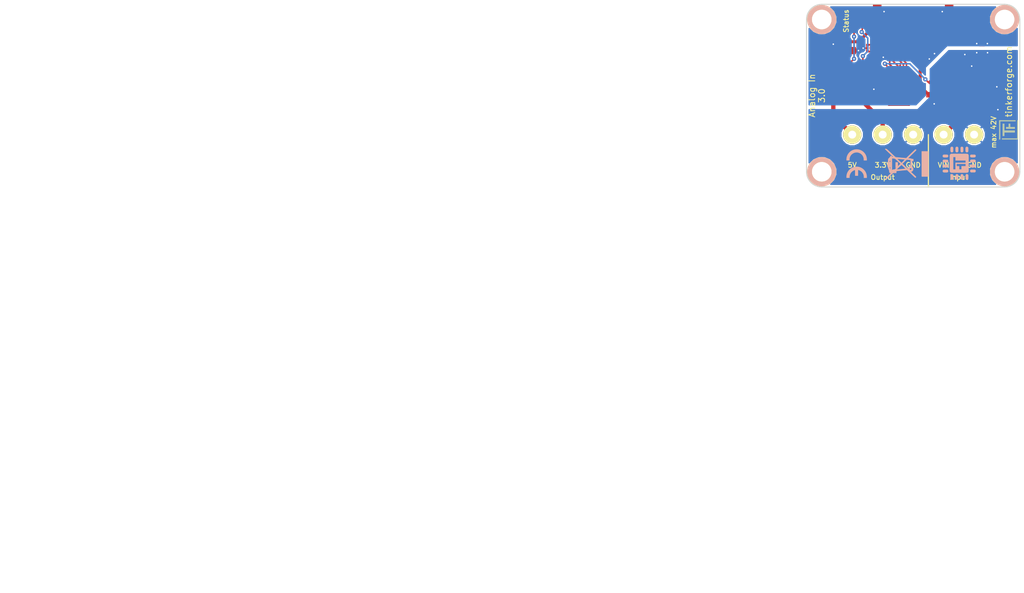
<source format=kicad_pcb>
(kicad_pcb (version 20211014) (generator pcbnew)
  (title_block (title "Analog In Bricklet") (date "2023-01-25") (rev "3.0") (company "Tinkerforge GmbH") (comment 1 "Licensed under CERN OHL v.1.1") (comment 2 "Copyright (©) 2023, T.Schneidermann <tim@tinkerforge.com>"))
  (layers (0 "F.Cu" signal) (31 "B.Cu" signal) (34 "B.Paste" user) (35 "F.Paste" user) (36 "B.SilkS" user "B.Silkscreen") (37 "F.SilkS" user "F.Silkscreen") (38 "B.Mask" user) (39 "F.Mask" user) (44 "Edge.Cuts" user))
  (net 0 "")
  (net 1 "3V3")
  (net 2 "GND")
  (net 3 "AGND")
  (net 4 "+5V")
  (net 5 "Net-(P1-Pad4)")
  (net 6 "Net-(P1-Pad5)")
  (net 7 "Net-(P1-Pad6)")
  (net 8 "Net-(C4-Pad2)")
  (net 9 "Net-(R1-Pad2)")
  (net 10 "Net-(R3-Pad2)")
  (net 11 "Net-(R4-Pad1)")
  (net 12 "Net-(F1-Pad2)")
  (net 13 "Net-(F2-Pad2)")
  (net 14 "Net-(P2-Pad2)")
  (net 15 "Net-(C3-Pad2)")
  (net 16 "Net-(C5-Pad1)")
  (net 17 "Net-(D3-Pad2)")
  (net 18 "Net-(P3-Pad2)")
  (net 19 "Net-(P4-Pad1)")
  (net 20 "Net-(R8-Pad1)")
  (net 21 "S-MISO")
  (net 22 "S-MOSI")
  (net 23 "S-CLK")
  (net 24 "S-CS")
  (net 25 "OUT")
  (net 26 "Net-(U1-Pad3)")
  (net 27 "Net-(U1-Pad5)")
  (net 28 "Net-(U1-Pad6)")
  (net 29 "Net-(U1-Pad11)")
  (net 30 "Net-(U1-Pad12)")
  (net 31 "Net-(U1-Pad13)")
  (net 32 "Net-(U1-Pad14)")
  (net 33 "Net-(U1-Pad16)")
  (net 34 "Net-(U1-Pad17)")
  (net 35 "Net-(U1-Pad18)")
  (net 36 "Net-(U1-Pad19)")
  (net 37 "Net-(U1-Pad20)")
  (net 38 "Net-(U1-Pad21)")
  (net 39 "Net-(U1-Pad8)")
  (footprint "logo:Logo_31x31" (layer "F.Cu") (at 182.6 116.2 90)
    (fp_text reference "G***" hide)
    (fp_text value "Logo_31x31" hide)
  )
  (footprint "tinkerforge:Fiducial_Mark" (layer "F.Cu") (at 178.5 97 90)
    (fp_text reference "Fiducial_Mark" hide)
    (fp_text value "VAL**" hide)
    (pad "1" smd circle locked (at 0 0 90) (size 1.00076 1.00076) (layers "F.Cu" "F.Mask") (clearance 0.65024))
  )
  (footprint "tinkerforge:Fiducial_Mark" (layer "F.Cu") (at 152.5 117 90)
    (fp_text reference "Fiducial_Mark" hide)
    (fp_text value "VAL**" hide)
    (pad "1" smd circle locked (at 0 0 90) (size 1.00076 1.00076) (layers "F.Cu" "F.Mask") (clearance 0.65024))
  )
  (footprint "kicad-libraries:MiniMelf" (layer "F.Cu") (at 158.3 103.3 90)
    (fp_text reference "D1")
    (fp_text value "3V3")
    (pad "1" smd rect locked (at 1.69926 0 90) (size 1.19888 1.6002) (layers "F.Cu" "F.Paste" "F.Mask") (net 2 "GND"))
    (pad "2" smd rect locked (at -1.69926 0 90) (size 1.19888 1.6002) (layers "F.Cu" "F.Paste" "F.Mask") (net 1 "3V3"))
  )
  (footprint "kicad-libraries:MiniMelf" (layer "F.Cu") (at 155.4 103.3 90)
    (fp_text reference "D2")
    (fp_text value "5V")
    (pad "1" smd rect locked (at 1.69926 0 90) (size 1.19888 1.6002) (layers "F.Cu" "F.Paste" "F.Mask") (net 2 "GND"))
    (pad "2" smd rect locked (at -1.69926 0 90) (size 1.19888 1.6002) (layers "F.Cu" "F.Paste" "F.Mask") (net 4 "+5V"))
  )
  (footprint "kicad-libraries:AKL_5_5" (layer "F.Cu") (at 168.5 115.4 180)
    (fp_text reference "P2")
    (fp_text value "CONN_5")
    (pad "1" thru_hole circle locked (at -10 0 180) (size 2.99974 2.99974) (drill 1.30048) (layers *.Cu *.Mask "F.SilkS") (net 3 "AGND"))
    (pad "2" thru_hole circle locked (at -5 0 180) (size 2.99974 2.99974) (drill 1.30048) (layers *.Cu *.Mask "F.SilkS") (net 14 "Net-(P2-Pad2)"))
    (pad "3" thru_hole circle locked (at 0 0 180) (size 2.99974 2.99974) (drill 1.30048) (layers *.Cu *.Mask "F.SilkS") (net 3 "AGND"))
    (pad "4" thru_hole circle locked (at 5 0 180) (size 2.99974 2.99974) (drill 1.30048) (layers *.Cu *.Mask "F.SilkS") (net 12 "Net-(F1-Pad2)"))
    (pad "5" thru_hole circle locked (at 10 0 180) (size 2.99974 2.99974) (drill 1.30048) (layers *.Cu *.Mask "F.SilkS") (net 13 "Net-(F2-Pad2)"))
  )
  (footprint "kicad-libraries:SOIC8" (layer "F.Cu") (at 175.4 106.8 90)
    (fp_text reference "U2")
    (fp_text value "TLV272IS")
    (pad "1" smd rect locked (at -1.90246 2.69748 270) (size 0.59944 1.5494) (layers "F.Cu" "F.Paste" "F.Mask") (net 9 "Net-(R1-Pad2)"))
    (pad "2" smd rect locked (at -0.63246 2.69748 270) (size 0.59944 1.5494) (layers "F.Cu" "F.Paste" "F.Mask") (net 10 "Net-(R3-Pad2)"))
    (pad "3" smd rect locked (at 0.63246 2.69748 270) (size 0.59944 1.5494) (layers "F.Cu" "F.Paste" "F.Mask") (net 11 "Net-(R4-Pad1)"))
    (pad "4" smd rect locked (at 1.90246 2.69748 270) (size 0.59944 1.5494) (layers "F.Cu" "F.Paste" "F.Mask") (net 3 "AGND"))
    (pad "5" smd rect locked (at 1.90246 -2.69748 90) (size 0.59944 1.5494) (layers "F.Cu" "F.Paste" "F.Mask") (net 15 "Net-(C3-Pad2)"))
    (pad "6" smd rect locked (at 0.63246 -2.69748 90) (size 0.59944 1.5494) (layers "F.Cu" "F.Paste" "F.Mask") (net 25 "OUT"))
    (pad "7" smd rect locked (at -0.63246 -2.69748 90) (size 0.59944 1.5494) (layers "F.Cu" "F.Paste" "F.Mask") (net 25 "OUT"))
    (pad "8" smd rect locked (at -1.90246 -2.69748 90) (size 0.59944 1.5494) (layers "F.Cu" "F.Paste" "F.Mask") (net 1 "3V3"))
  )
  (footprint "kicad-libraries:DRILL_NP" (layer "F.Cu") (at 153.5 121.5 90)
    (fp_text reference "U3" hide)
    (fp_text value "DRILL" hide)
    (pad "" np_thru_hole circle (at 0 0 90) (size 3.2 3.2) (drill 3.2) (layers F&B.Cu *.Mask) (clearance 0.89))
  )
  (footprint "kicad-libraries:DRILL_NP" (layer "F.Cu") (at 183.5 121.5 90)
    (fp_text reference "U4" hide)
    (fp_text value "DRILL" hide)
    (pad "" np_thru_hole circle (at 0 0 90) (size 3.2 3.2) (drill 3.2) (layers F&B.Cu *.Mask) (clearance 0.89))
  )
  (footprint "kicad-libraries:DRILL_NP" (layer "F.Cu") (at 183.5 96.5 90)
    (fp_text reference "U5" hide)
    (fp_text value "DRILL" hide)
    (pad "" np_thru_hole circle (at 0 0 90) (size 3.2 3.2) (drill 3.2) (layers F&B.Cu *.Mask) (clearance 0.89))
  )
  (footprint "kicad-libraries:DRILL_NP" (layer "F.Cu") (at 153.5 96.5 90)
    (fp_text reference "U6" hide)
    (fp_text value "DRILL" hide)
    (pad "" np_thru_hole circle (at 0 0 90) (size 3.2 3.2) (drill 3.2) (layers F&B.Cu *.Mask) (clearance 0.89))
  )
  (footprint "kicad-libraries:F1206" (layer "F.Cu") (at 158.3 108.4 -90)
    (fp_text reference "F1")
    (fp_text value "OZCJ0035FF2G")
    (pad "1" smd rect locked (at -1.50114 0 270) (size 1.00076 1.6002) (layers "F.Cu" "F.Paste" "F.Mask") (net 1 "3V3"))
    (pad "2" smd rect locked (at 1.50114 0 270) (size 1.00076 1.6002) (layers "F.Cu" "F.Paste" "F.Mask") (net 12 "Net-(F1-Pad2)"))
  )
  (footprint "kicad-libraries:F1206" (layer "F.Cu") (at 155.4 108.4 -90)
    (fp_text reference "F2")
    (fp_text value "OZCJ0035FF2G")
    (pad "1" smd rect locked (at -1.50114 0 270) (size 1.00076 1.6002) (layers "F.Cu" "F.Paste" "F.Mask") (net 4 "+5V"))
    (pad "2" smd rect locked (at 1.50114 0 270) (size 1.00076 1.6002) (layers "F.Cu" "F.Paste" "F.Mask") (net 13 "Net-(F2-Pad2)"))
  )
  (footprint "kicad-libraries:C0805" (layer "F.Cu") (at 170.6 100.6)
    (fp_text reference "C1")
    (fp_text value "10uF")
    (pad "1" smd rect locked (at -1.00076 0) (size 1.00076 1.24968) (layers "F.Cu" "F.Paste" "F.Mask") (net 1 "3V3") (clearance 0.14986))
    (pad "2" smd rect locked (at 1.00076 0) (size 1.00076 1.24968) (layers "F.Cu" "F.Paste" "F.Mask") (net 2 "GND") (clearance 0.14986))
  )
  (footprint "kicad-libraries:C0603F" (layer "F.Cu") (at 170.4 102.1)
    (fp_text reference "C6")
    (fp_text value "1uF")
    (pad "1" smd rect locked (at -0.75 0) (size 0.9 0.9) (layers "F.Cu" "F.Paste" "F.Mask") (net 1 "3V3"))
    (pad "2" smd rect locked (at 0.75 0) (size 0.9 0.9) (layers "F.Cu" "F.Paste" "F.Mask") (net 2 "GND"))
  )
  (footprint "kicad-libraries:C0603F" (layer "F.Cu") (at 163.2 109.1 -45)
    (fp_text reference "C7")
    (fp_text value "100nF")
    (pad "1" smd rect locked (at -0.75 0 315) (size 0.9 0.9) (layers "F.Cu" "F.Paste" "F.Mask") (net 2 "GND"))
    (pad "2" smd rect locked (at 0.75 0 315) (size 0.9 0.9) (layers "F.Cu" "F.Paste" "F.Mask") (net 1 "3V3"))
  )
  (footprint "kicad-libraries:SolderJumper" (layer "F.Cu") (at 161.5 101.2)
    (fp_text reference "P3")
    (fp_text value "BOOT")
    (pad "1" smd rect locked (at -0.225 0.55) (size 0.95 0.3) (layers "F.Cu" "F.Mask") (net 2 "GND"))
    (pad "1" smd rect locked (at -0.225 -0.55) (size 0.95 0.3) (layers "F.Cu" "F.Mask") (net 2 "GND"))
    (pad "1" smd rect locked (at -0.5 0) (size 0.4 1.4) (layers "F.Cu" "F.Mask") (net 2 "GND"))
    (pad "2" smd rect locked (at 0.55 0) (size 0.3 1.4) (layers "F.Cu" "F.Mask") (net 18 "Net-(P3-Pad2)"))
    (pad "2" smd rect locked (at 0.15 0) (size 0.6 0.5) (layers "F.Cu" "F.Mask") (net 18 "Net-(P3-Pad2)"))
  )
  (footprint "kicad-libraries:DEBUG_PAD" (layer "F.Cu") (at 167.8 109.2 90)
    (fp_text reference "P4")
    (fp_text value "DEBUG")
    (pad "1" smd circle locked (at 0 0 90) (size 0.7 0.7) (layers "F.Cu" "F.Paste" "F.Mask") (net 19 "Net-(P4-Pad1)"))
  )
  (footprint "kicad-libraries:4X0402" (layer "F.Cu") (at 165.4 101.3 180)
    (fp_text reference "RP1")
    (fp_text value "82")
    (pad "1" smd rect locked (at -0.7493 0.575) (size 0.29972 0.65) (layers "F.Cu" "F.Paste" "F.Mask") (net 5 "Net-(P1-Pad4)"))
    (pad "2" smd rect locked (at -0.24892 0.575) (size 0.29972 0.65) (layers "F.Cu" "F.Paste" "F.Mask") (net 6 "Net-(P1-Pad5)"))
    (pad "3" smd rect locked (at 0.24892 0.575) (size 0.29972 0.65) (layers "F.Cu" "F.Paste" "F.Mask") (net 7 "Net-(P1-Pad6)"))
    (pad "4" smd rect locked (at 0.7493 0.575) (size 0.29972 0.65) (layers "F.Cu" "F.Paste" "F.Mask") (net 16 "Net-(C5-Pad1)"))
    (pad "5" smd rect locked (at 0.7493 -0.575 180) (size 0.29972 0.65) (layers "F.Cu" "F.Paste" "F.Mask") (net 21 "S-MISO"))
    (pad "6" smd rect locked (at 0.24892 -0.575 180) (size 0.29972 0.65) (layers "F.Cu" "F.Paste" "F.Mask") (net 22 "S-MOSI"))
    (pad "7" smd rect locked (at -0.24892 -0.575 180) (size 0.29972 0.65) (layers "F.Cu" "F.Paste" "F.Mask") (net 23 "S-CLK"))
    (pad "8" smd rect locked (at -0.7493 -0.575 180) (size 0.29972 0.65) (layers "F.Cu" "F.Paste" "F.Mask") (net 24 "S-CS"))
  )
  (footprint "kicad-libraries:QFN24-4x4mm-0.5mm" (layer "F.Cu") (at 165.6 106.6 -45)
    (fp_text reference "U1")
    (fp_text value "XMC110024")
    (pad "1" smd oval locked (at -2.025 -1.25 315) (size 1 0.3) (layers "F.Cu" "F.Paste" "F.Mask") (net 21 "S-MISO"))
    (pad "2" smd oval locked (at -2.025 -0.75 315) (size 1 0.3) (layers "F.Cu" "F.Paste" "F.Mask") (net 25 "OUT"))
    (pad "3" smd oval locked (at -2.025 -0.25 315) (size 1 0.3) (layers "F.Cu" "F.Paste" "F.Mask") (net 26 "Net-(U1-Pad3)"))
    (pad "4" smd oval locked (at -2.025 0.25 315) (size 1 0.3) (layers "F.Cu" "F.Paste" "F.Mask") (net 18 "Net-(P3-Pad2)"))
    (pad "5" smd oval locked (at -2.025 0.75 315) (size 1 0.3) (layers "F.Cu" "F.Paste" "F.Mask") (net 27 "Net-(U1-Pad5)"))
    (pad "6" smd oval locked (at -2.025 1.25 315) (size 1 0.3) (layers "F.Cu" "F.Paste" "F.Mask") (net 28 "Net-(U1-Pad6)"))
    (pad "7" smd oval locked (at -1.25 2.025 45) (size 1 0.3) (layers "F.Cu" "F.Paste" "F.Mask") (net 20 "Net-(R8-Pad1)"))
    (pad "8" smd oval locked (at -0.75 2.025 45) (size 1 0.3) (layers "F.Cu" "F.Paste" "F.Mask") (net 39 "Net-(U1-Pad8)"))
    (pad "9" smd oval locked (at -0.25 2.025 45) (size 1 0.3) (layers "F.Cu" "F.Paste" "F.Mask") (net 2 "GND"))
    (pad "10" smd oval locked (at 0.25 2.025 45) (size 1 0.3) (layers "F.Cu" "F.Paste" "F.Mask") (net 1 "3V3"))
    (pad "11" smd oval locked (at 0.75 2.025 45) (size 1 0.3) (layers "F.Cu" "F.Paste" "F.Mask") (net 29 "Net-(U1-Pad11)"))
    (pad "12" smd oval locked (at 1.25 2.025 45) (size 1 0.3) (layers "F.Cu" "F.Paste" "F.Mask") (net 30 "Net-(U1-Pad12)"))
    (pad "13" smd oval locked (at 2.025 1.25 315) (size 1 0.3) (layers "F.Cu" "F.Paste" "F.Mask") (net 31 "Net-(U1-Pad13)"))
    (pad "14" smd oval locked (at 2.025 0.75 315) (size 1 0.3) (layers "F.Cu" "F.Paste" "F.Mask") (net 32 "Net-(U1-Pad14)"))
    (pad "15" smd oval locked (at 2.025 0.25 315) (size 1 0.3) (layers "F.Cu" "F.Paste" "F.Mask") (net 19 "Net-(P4-Pad1)"))
    (pad "16" smd oval locked (at 2.025 -0.25 315) (size 1 0.3) (layers "F.Cu" "F.Paste" "F.Mask") (net 33 "Net-(U1-Pad16)"))
    (pad "17" smd oval locked (at 2.025 -0.75 315) (size 1 0.3) (layers "F.Cu" "F.Paste" "F.Mask") (net 34 "Net-(U1-Pad17)"))
    (pad "18" smd oval locked (at 2.025 -1.25 315) (size 1 0.3) (layers "F.Cu" "F.Paste" "F.Mask") (net 35 "Net-(U1-Pad18)"))
    (pad "19" smd oval locked (at 1.25 -2.025 45) (size 1 0.3) (layers "F.Cu" "F.Paste" "F.Mask") (net 36 "Net-(U1-Pad19)"))
    (pad "20" smd oval locked (at 0.75 -2.025 45) (size 1 0.3) (layers "F.Cu" "F.Paste" "F.Mask") (net 37 "Net-(U1-Pad20)"))
    (pad "21" smd oval locked (at 0.25 -2.025 45) (size 1 0.3) (layers "F.Cu" "F.Paste" "F.Mask") (net 38 "Net-(U1-Pad21)"))
    (pad "22" smd oval locked (at -0.25 -2.025 45) (size 1 0.3) (layers "F.Cu" "F.Paste" "F.Mask") (net 24 "S-CS"))
    (pad "23" smd oval locked (at -0.75 -2.025 45) (size 1 0.3) (layers "F.Cu" "F.Paste" "F.Mask") (net 23 "S-CLK"))
    (pad "24" smd oval locked (at -1.25 -2.025 45) (size 1 0.3) (layers "F.Cu" "F.Paste" "F.Mask") (net 22 "S-MOSI"))
    (pad "EXP" smd rect locked (at 0.65 0.65 315) (size 1.3 1.3) (layers "F.Cu" "F.Paste" "F.Mask") (net 2 "GND"))
    (pad "EXP" smd rect locked (at -0.65 0.65 315) (size 1.3 1.3) (layers "F.Cu" "F.Paste" "F.Mask") (net 2 "GND"))
    (pad "EXP" smd rect locked (at 0.65 -0.65 315) (size 1.3 1.3) (layers "F.Cu" "F.Paste" "F.Mask") (net 2 "GND"))
    (pad "EXP" smd rect locked (at -0.65 -0.65 315) (size 1.3 1.3) (layers "F.Cu" "F.Paste" "F.Mask") (net 2 "GND"))
  )
  (footprint "kicad-libraries:CON-SENSOR2" (layer "F.Cu") (at 168.5 94 180)
    (fp_text reference "P1")
    (fp_text value "CON-SENSOR2")
    (pad "1" smd rect locked (at -3.75 -4.6 180) (size 0.6 1.8) (layers "F.Cu" "F.Paste" "F.Mask") (net 4 "+5V"))
    (pad "2" smd rect locked (at -2.5 -4.6 180) (size 0.6 1.8) (layers "F.Cu" "F.Paste" "F.Mask") (net 2 "GND"))
    (pad "3" smd rect locked (at -1.25 -4.6 180) (size 0.6 1.8) (layers "F.Cu" "F.Paste" "F.Mask") (net 1 "3V3"))
    (pad "4" smd rect locked (at 0 -4.6 180) (size 0.6 1.8) (layers "F.Cu" "F.Paste" "F.Mask") (net 5 "Net-(P1-Pad4)"))
    (pad "5" smd rect locked (at 1.25 -4.6 180) (size 0.6 1.8) (layers "F.Cu" "F.Paste" "F.Mask") (net 6 "Net-(P1-Pad5)"))
    (pad "6" smd rect locked (at 2.5 -4.6 180) (size 0.6 1.8) (layers "F.Cu" "F.Paste" "F.Mask") (net 7 "Net-(P1-Pad6)"))
    (pad "7" smd rect locked (at 3.75 -4.6 180) (size 0.6 1.8) (layers "F.Cu" "F.Paste" "F.Mask") (net 16 "Net-(C5-Pad1)"))
    (pad "EP" smd rect locked (at -5.9 -1.2 180) (size 1.4 2.4) (layers "F.Cu" "F.Paste" "F.Mask") (net 2 "GND"))
    (pad "EP" smd rect locked (at 5.9 -1.2 180) (size 1.4 2.4) (layers "F.Cu" "F.Paste" "F.Mask") (net 2 "GND"))
  )
  (footprint "kicad-libraries:C0603F" (layer "F.Cu") (at 171.1 109.6 90)
    (fp_text reference "C2")
    (fp_text value "100nF")
    (pad "1" smd rect locked (at -0.75 0 90) (size 0.9 0.9) (layers "F.Cu" "F.Paste" "F.Mask") (net 3 "AGND"))
    (pad "2" smd rect locked (at 0.75 0 90) (size 0.9 0.9) (layers "F.Cu" "F.Paste" "F.Mask") (net 1 "3V3"))
  )
  (footprint "kicad-libraries:C0603F" (layer "F.Cu") (at 175.4 102.2 180)
    (fp_text reference "C3")
    (fp_text value "180pF")
    (pad "1" smd rect locked (at -0.75 0 180) (size 0.9 0.9) (layers "F.Cu" "F.Paste" "F.Mask") (net 3 "AGND"))
    (pad "2" smd rect locked (at 0.75 0 180) (size 0.9 0.9) (layers "F.Cu" "F.Paste" "F.Mask") (net 15 "Net-(C3-Pad2)"))
  )
  (footprint "kicad-libraries:C0603F" (layer "F.Cu") (at 182.4 109.7 90)
    (fp_text reference "C4")
    (fp_text value "15pF")
    (pad "1" smd rect locked (at -0.75 0 90) (size 0.9 0.9) (layers "F.Cu" "F.Paste" "F.Mask") (net 3 "AGND"))
    (pad "2" smd rect locked (at 0.75 0 90) (size 0.9 0.9) (layers "F.Cu" "F.Paste" "F.Mask") (net 8 "Net-(C4-Pad2)"))
  )
  (footprint "kicad-libraries:R0603F" (layer "F.Cu") (at 175.4 103.5)
    (fp_text reference "R1")
    (fp_text value "68.1")
    (pad "1" smd rect locked (at -0.75 0) (size 0.9 0.9) (layers "F.Cu" "F.Paste" "F.Mask") (net 15 "Net-(C3-Pad2)"))
    (pad "2" smd rect locked (at 0.75 0) (size 0.9 0.9) (layers "F.Cu" "F.Paste" "F.Mask") (net 9 "Net-(R1-Pad2)"))
  )
  (footprint "kicad-libraries:R0603F" (layer "F.Cu") (at 179.8 101.2 -90)
    (fp_text reference "R2")
    (fp_text value "0")
    (pad "1" smd rect locked (at -0.75 0 270) (size 0.9 0.9) (layers "F.Cu" "F.Paste" "F.Mask") (net 2 "GND"))
    (pad "2" smd rect locked (at 0.75 0 270) (size 0.9 0.9) (layers "F.Cu" "F.Paste" "F.Mask") (net 3 "AGND"))
  )
  (footprint "kicad-libraries:R0603F" (layer "F.Cu") (at 179.8 109.7 90)
    (fp_text reference "R3")
    (fp_text value "10k")
    (pad "1" smd rect locked (at -0.75 0 90) (size 0.9 0.9) (layers "F.Cu" "F.Paste" "F.Mask") (net 9 "Net-(R1-Pad2)"))
    (pad "2" smd rect locked (at 0.75 0 90) (size 0.9 0.9) (layers "F.Cu" "F.Paste" "F.Mask") (net 10 "Net-(R3-Pad2)"))
  )
  (footprint "kicad-libraries:R0603F" (layer "F.Cu") (at 179.8 104.2 90)
    (fp_text reference "R4")
    (fp_text value "10k")
    (pad "1" smd rect locked (at -0.75 0 90) (size 0.9 0.9) (layers "F.Cu" "F.Paste" "F.Mask") (net 11 "Net-(R4-Pad1)"))
    (pad "2" smd rect locked (at 0.75 0 90) (size 0.9 0.9) (layers "F.Cu" "F.Paste" "F.Mask") (net 3 "AGND"))
  )
  (footprint "kicad-libraries:R0603F" (layer "F.Cu") (at 180.6 107.6)
    (fp_text reference "R5")
    (fp_text value "130k")
    (pad "1" smd rect locked (at -0.75 0) (size 0.9 0.9) (layers "F.Cu" "F.Paste" "F.Mask") (net 10 "Net-(R3-Pad2)"))
    (pad "2" smd rect locked (at 0.75 0) (size 0.9 0.9) (layers "F.Cu" "F.Paste" "F.Mask") (net 3 "AGND"))
  )
  (footprint "kicad-libraries:R0603F" (layer "F.Cu") (at 180.6 106.3)
    (fp_text reference "R6")
    (fp_text value "130k")
    (pad "1" smd rect locked (at -0.75 0) (size 0.9 0.9) (layers "F.Cu" "F.Paste" "F.Mask") (net 11 "Net-(R4-Pad1)"))
    (pad "2" smd rect locked (at 0.75 0) (size 0.9 0.9) (layers "F.Cu" "F.Paste" "F.Mask") (net 8 "Net-(C4-Pad2)"))
  )
  (footprint "kicad-libraries:R0603F" (layer "F.Cu") (at 181.1 109.7 -90)
    (fp_text reference "R7")
    (fp_text value "10")
    (pad "1" smd rect locked (at -0.75 0 270) (size 0.9 0.9) (layers "F.Cu" "F.Paste" "F.Mask") (net 8 "Net-(C4-Pad2)"))
    (pad "2" smd rect locked (at 0.75 0 270) (size 0.9 0.9) (layers "F.Cu" "F.Paste" "F.Mask") (net 14 "Net-(P2-Pad2)"))
  )
  (footprint "kicad-libraries:R0603F" (layer "F.Cu") (at 160.1 96.7 90)
    (fp_text reference "R8")
    (fp_text value "1k")
    (pad "1" smd rect locked (at -0.75 0 90) (size 0.9 0.9) (layers "F.Cu" "F.Paste" "F.Mask") (net 20 "Net-(R8-Pad1)"))
    (pad "2" smd rect locked (at 0.75 0 90) (size 0.9 0.9) (layers "F.Cu" "F.Paste" "F.Mask") (net 17 "Net-(D3-Pad2)"))
  )
  (footprint "kicad-libraries:C0402F" (layer "F.Cu") (at 163.6 101.3 -90)
    (fp_text reference "C5")
    (fp_text value "220pF")
    (pad "1" smd rect locked (at -0.5 0 270) (size 0.6 0.7) (layers "F.Cu" "F.Paste" "F.Mask") (net 16 "Net-(C5-Pad1)"))
    (pad "2" smd rect locked (at 0.5 0 270) (size 0.6 0.7) (layers "F.Cu" "F.Paste" "F.Mask") (net 2 "GND"))
  )
  (footprint "kicad-libraries:D0603F" (layer "F.Cu") (at 158.8 96.7 90)
    (fp_text reference "D3")
    (fp_text value "blue")
    (pad "1" smd rect locked (at -0.75 0 90) (size 0.9 0.9) (layers "F.Cu" "F.Paste" "F.Mask") (net 1 "3V3"))
    (pad "2" smd rect locked (at 0.75 0 90) (size 0.9 0.9) (layers "F.Cu" "F.Paste" "F.Mask") (net 17 "Net-(D3-Pad2)"))
  )
  (footprint "kicad-libraries:CE_5mm" (layer "B.Cu") (at 159.225 120.2 -90)
    (fp_text reference "VAL" hide)
    (fp_text value "CE_5mm" hide)
  )
  (footprint "kicad-libraries:WEEE_7mm" (layer "B.Cu") (at 167.425 120.225 -90)
    (fp_text reference "VAL" hide)
    (fp_text value "WEEE_7mm" hide)
  )
  (footprint "kicad-libraries:Logo_CoMCU" (layer "B.Cu") (at 176.05 120.1 -90)
    (fp_text reference "G***" hide)
    (fp_text value "LOGO" hide)
  )
  (gr_line (start 171 115.4) (end 171 124) (layer "F.SilkS") (width 0.2))
  (gr_arc (start 151 96.5) (mid 151.732233 94.732233) (end 153.5 94) (layer "Edge.Cuts") (width 0.15))
  (gr_line (start 183.5 124) (end 153.5 124) (layer "Edge.Cuts") (width 0.15))
  (gr_arc (start 183.5 94) (mid 185.267767 94.732233) (end 186 96.5) (layer "Edge.Cuts") (width 0.15))
  (gr_line (start 183.5 94) (end 153.5 94) (layer "Edge.Cuts") (width 0.15))
  (gr_line (start 186 121.5) (end 186 96.5) (layer "Edge.Cuts") (width 0.15))
  (gr_line (start 151 96.5) (end 151 121.5) (layer "Edge.Cuts") (width 0.15))
  (gr_arc (start 186 121.5) (mid 185.267767 123.267767) (end 183.5 124) (layer "Edge.Cuts") (width 0.15))
  (gr_arc (start 153.5 124) (mid 151.732233 123.267767) (end 151 121.5) (layer "Edge.Cuts") (width 0.15))
  (gr_text "tinkerforge.com" (at 184.2 106.7 90) (layer "F.SilkS") (effects (font (size 1 1))))
  (gr_text "Input" (at 176 122.4) (layer "F.SilkS") (effects (font (size 0.8 0.8))))
  (gr_text "GND" (at 168.5 120.4) (layer "F.SilkS") (effects (font (size 0.8 0.8))))
  (gr_text "Status" (at 157.5 96.75 90) (layer "F.SilkS") (effects (font (size 0.8 0.8))))
  (gr_text "Analog In\n3.0" (at 152.7 109 90) (layer "F.SilkS") (effects (font (size 1 1))))
  (gr_text "VIN" (at 173.5 120.4) (layer "F.SilkS") (effects (font (size 0.8 0.8))))
  (gr_text "max 42V" (at 181.7 115 90) (layer "F.SilkS") (effects (font (size 0.8 0.8))))
  (gr_text "5V" (at 158.5 120.4) (layer "F.SilkS") (effects (font (size 0.8 0.8))))
  (gr_text "GND" (at 178.5 120.4) (layer "F.SilkS") (effects (font (size 0.8 0.8))))
  (gr_text "Output" (at 163.5 122.4) (layer "F.SilkS") (effects (font (size 0.8 0.8))))
  (gr_text "3.3V" (at 163.5 120.4) (layer "F.SilkS") (effects (font (size 0.8 0.8))))
  (segment (start 171.24754 108.70246) (end 171.1 108.85) (width 0.5) (layer "F.Cu") (net 1))
  (segment (start 171.05 108.85) (end 170.225 108.025) (width 0.5) (layer "F.Cu") (net 1))
  (segment (start 169.65 107.45) (end 169.65 102.1) (width 0.5) (layer "F.Cu") (net 1))
  (segment (start 169.65 100.65076) (end 169.59924 100.6) (width 0.5) (layer "F.Cu") (net 1))
  (segment (start 169.75 100.44924) (end 169.59924 100.6) (width 0.5) (layer "F.Cu") (net 1))
  (segment (start 170.225 108.025) (end 169.65 107.45) (width 0.5) (layer "F.Cu") (net 1))
  (segment (start 158.8 102.95) (end 158.3 103.45) (width 0.254) (layer "F.Cu") (net 1))
  (segment (start 158.3 103.45) (end 158.3 104.99926) (width 0.254) (layer "F.Cu") (net 1))
  (segment (start 169.65 102.1) (end 169.65 100.65076) (width 0.5) (layer "F.Cu") (net 1))
  (segment (start 158.89926 104.99926) (end 158.3 104.99926) (width 0.5) (layer "F.Cu") (net 1))
  (segment (start 163.2 110.2) (end 161.9 110.2) (width 0.5) (layer "F.Cu") (net 1))
  (segment (start 163.73033 108.823223) (end 164.344885 108.208668) (width 0.254) (layer "F.Cu") (net 1))
  (segment (start 161.9 110.2) (end 160.45 108.75) (width 0.5) (layer "F.Cu") (net 1))
  (segment (start 169.75 98.6) (end 169.75 100.44924) (width 0.5) (layer "F.Cu") (net 1))
  (segment (start 167.825 110.425) (end 164.525 110.425) (width 0.5) (layer "F.Cu") (net 1))
  (segment (start 158.8 97.6001) (end 158.8 99.3) (width 0.254) (layer "F.Cu") (net 1))
  (segment (start 164.525 110.425) (end 163.73033 109.63033) (width 0.5) (layer "F.Cu") (net 1))
  (segment (start 170.225 108.025) (end 167.825 110.425) (width 0.5) (layer "F.Cu") (net 1))
  (segment (start 163.73033 109.63033) (end 163.73033 108.823223) (width 0.254) (layer "F.Cu") (net 1))
  (segment (start 172.70252 108.70246) (end 171.24754 108.70246) (width 0.5) (layer "F.Cu") (net 1))
  (segment (start 160.45 108.75) (end 160.45 106.55) (width 0.5) (layer "F.Cu") (net 1))
  (segment (start 163.7 109.7) (end 163.71967 109.71967) (width 0.7) (layer "F.Cu") (net 1))
  (segment (start 163.7 109.7) (end 163.2 110.2) (width 0.5) (layer "F.Cu") (net 1))
  (segment (start 171.1 108.85) (end 171.05 108.85) (width 0.5) (layer "F.Cu") (net 1))
  (segment (start 160.45 106.55) (end 158.89926 104.99926) (width 0.5) (layer "F.Cu") (net 1))
  (segment (start 158.3 104.99926) (end 158.3 106.89886) (width 0.7) (layer "F.Cu") (net 1))
  (via (at 158.8 102.95) (size 0.7) (drill 0.25) (layers "F.Cu" "B.Cu") (net 1))
  (via (at 158.8 99.3) (size 0.7) (drill 0.25) (layers "F.Cu" "B.Cu") (net 1))
  (segment (start 158.8 99.3) (end 158.8 102.95) (width 0.254) (layer "B.Cu") (net 1))
  (segment (start 164.680761 106.6) (end 165.6 105.680761) (width 0.254) (layer "F.Cu") (net 2))
  (segment (start 165.6 105.680761) (end 166.519239 106.6) (width 0.254) (layer "F.Cu") (net 2))
  (segment (start 166.519239 106.6) (end 165.6 107.519239) (width 0.254) (layer "F.Cu") (net 2))
  (segment (start 164.680761 107.165686) (end 163.991332 107.855115) (width 0.254) (layer "F.Cu") (net 2))
  (segment (start 171 99.275) (end 171.60076 99.87576) (width 0.5) (layer "F.Cu") (net 2))
  (segment (start 171.60076 99.87576) (end 171.60076 100.6) (width 0.5) (layer "F.Cu") (net 2))
  (segment (start 171.60076 101.12424) (end 171.15 101.575) (width 0.5) (layer "F.Cu") (net 2))
  (segment (start 171.15 101.575) (end 171.15 102.1) (width 0.5) (layer "F.Cu") (net 2))
  (segment (start 159.52426 101.60074) (end 159.525 101.6) (width 0.7) (layer "F.Cu") (net 2))
  (segment (start 160.975 101.75) (end 160.95 101.725) (width 0.254) (layer "F.Cu") (net 2))
  (segment (start 160.95 101.725) (end 160.95 100.675) (width 0.254) (layer "F.Cu") (net 2))
  (segment (start 160.95 100.675) (end 160.975 100.65) (width 0.254) (layer "F.Cu") (net 2))
  (segment (start 160.975 100.65) (end 161.275 100.65) (width 0.254) (layer "F.Cu") (net 2))
  (segment (start 161.275 100.65) (end 161.225 100.65) (width 0.254) (layer "F.Cu") (net 2))
  (segment (start 162.6 95.2) (end 163.725 95.2) (width 0.7) (layer "F.Cu") (net 2))
  (segment (start 179.8 100.45) (end 180.675 100.45) (width 0.7) (layer "F.Cu") (net 2))
  (segment (start 163.991332 107.855115) (end 163.991332 107.858668) (width 0.254) (layer "F.Cu") (net 2))
  (segment (start 165.6 107.519239) (end 164.680761 106.6) (width 0.254) (layer "F.Cu") (net 2))
  (segment (start 179.8 100.45) (end 178.925 100.45) (width 0.7) (layer "F.Cu") (net 2))
  (segment (start 171 98.6) (end 171 99.275) (width 0.5) (layer "F.Cu") (net 2))
  (segment (start 171.60076 100.6) (end 171.60076 101.12424) (width 0.5) (layer "F.Cu") (net 2))
  (segment (start 162.7 108.6) (end 162.05 107.95) (width 0.7) (layer "F.Cu") (net 2))
  (segment (start 155.4 101.60074) (end 155.4 100.55) (width 0.7) (layer "F.Cu") (net 2))
  (segment (start 162.7 108.6) (end 162.74467 108.64467) (width 0.254) (layer "F.Cu") (net 2))
  (segment (start 161.225 101.75) (end 160.975 101.75) (width 0.254) (layer "F.Cu") (net 2))
  (segment (start 171.15 102.1) (end 172 102.1) (width 0.7) (layer "F.Cu") (net 2))
  (segment (start 163.025 108.275) (end 163.571447 108.275) (width 0.254) (layer "F.Cu") (net 2))
  (segment (start 158.3 101.60074) (end 159.52426 101.60074) (width 0.7) (layer "F.Cu") (net 2))
  (segment (start 164.680761 106.6) (end 164.680761 107.165686) (width 0.254) (layer "F.Cu") (net 2))
  (segment (start 171.15 102.1) (end 171.15 102.975) (width 0.7) (layer "F.Cu") (net 2))
  (segment (start 174.4 95.2) (end 173.275 95.2) (width 0.7) (layer "F.Cu") (net 2))
  (segment (start 162.7 108.6) (end 163.025 108.275) (width 0.254) (layer "F.Cu") (net 2))
  (segment (start 163.6 101.9) (end 163.6 102.7) (width 0.5) (layer "F.Cu") (net 2))
  (segment (start 163.571447 108.275) (end 163.991332 107.855115) (width 0.254) (layer "F.Cu") (net 2))
  (segment (start 160.95 101.2) (end 160.3 101.2) (width 0.254) (layer "F.Cu") (net 2))
  (via (at 173.275 95.2) (size 0.7) (drill 0.25) (layers "F.Cu" "B.Cu") (net 2))
  (via (at 163.725 95.2) (size 0.7) (drill 0.25) (layers "F.Cu" "B.Cu") (net 2))
  (via (at 163.6 102.7) (size 0.7) (drill 0.25) (layers "F.Cu" "B.Cu") (net 2))
  (via (at 162.05 107.95) (size 0.7) (drill 0.25) (layers "F.Cu" "B.Cu") (net 2))
  (via (at 160.3 101.2) (size 0.7) (drill 0.25) (layers "F.Cu" "B.Cu") (net 2))
  (via (at 171.15 102.975) (size 0.7) (drill 0.25) (layers "F.Cu" "B.Cu") (net 2))
  (via (at 180.675 100.45) (size 0.7) (drill 0.25) (layers "F.Cu" "B.Cu") (net 2))
  (via (at 159.525 101.6) (size 0.7) (drill 0.25) (layers "F.Cu" "B.Cu") (net 2))
  (via (at 178.925 100.45) (size 0.7) (drill 0.25) (layers "F.Cu" "B.Cu") (net 2))
  (via (at 172 102.1) (size 0.7) (drill 0.25) (layers "F.Cu" "B.Cu") (net 2))
  (via (at 155.4 100.55) (size 0.7) (drill 0.25) (layers "F.Cu" "B.Cu") (net 2))
  (segment (start 163.6 102.7) (end 163.6 101.9) (width 0.7) (layer "B.Cu") (net 2))
  (segment (start 178.09748 104.15252) (end 178.1 104.15) (width 0.7) (layer "F.Cu") (net 3))
  (segment (start 179.8 101.95) (end 180.7 101.95) (width 0.7) (layer "F.Cu") (net 3))
  (segment (start 179.8 101.95) (end 178.925 101.95) (width 0.7) (layer "F.Cu") (net 3))
  (segment (start 176.1 102.25) (end 176.975 102.25) (width 0.7) (layer "F.Cu") (net 3))
  (segment (start 182.4 110.4) (end 182.4 111.3) (width 0.7) (layer "F.Cu") (net 3))
  (segment (start 179.8 103.4) (end 179.8 101.95) (width 0.7) (layer "F.Cu") (net 3))
  (segment (start 178.09748 104.89754) (end 178.09748 104.15252) (width 0.7) (layer "F.Cu") (net 3))
  (segment (start 181.35 107.55) (end 182.225 107.55) (width 0.7) (layer "F.Cu") (net 3))
  (segment (start 171.1 110.35) (end 171.95 110.35) (width 0.7) (layer "F.Cu") (net 3))
  (via (at 176.975 102.25) (size 0.7) (drill 0.25) (layers "F.Cu" "B.Cu") (net 3))
  (via (at 171.95 110.35) (size 0.7) (drill 0.25) (layers "F.Cu" "B.Cu") (net 3))
  (via (at 182.225 107.55) (size 0.7) (drill 0.25) (layers "F.Cu" "B.Cu") (net 3))
  (via (at 178.1 104.15) (size 0.7) (drill 0.25) (layers "F.Cu" "B.Cu") (net 3))
  (via (at 182.4 111.3) (size 0.7) (drill 0.25) (layers "F.Cu" "B.Cu") (net 3))
  (via (at 178.925 101.95) (size 0.7) (drill 0.25) (layers "F.Cu" "B.Cu") (net 3))
  (via (at 180.7 101.95) (size 0.7) (drill 0.25) (layers "F.Cu" "B.Cu") (net 3))
  (segment (start 172.25 97.4) (end 171.75 96.9) (width 0.5) (layer "F.Cu") (net 4))
  (segment (start 171.75 96.9) (end 162.8 96.9) (width 0.5) (layer "F.Cu") (net 4))
  (segment (start 162.8 96.9) (end 159.55 100.15) (width 0.5) (layer "F.Cu") (net 4))
  (segment (start 159.55 100.15) (end 157.4 100.15) (width 0.5) (layer "F.Cu") (net 4))
  (segment (start 157.4 100.15) (end 156.85 100.7) (width 0.5) (layer "F.Cu") (net 4))
  (segment (start 156.85 100.7) (end 156.85 104.325) (width 0.5) (layer "F.Cu") (net 4))
  (segment (start 156.85 104.325) (end 156.17574 104.99926) (width 0.5) (layer "F.Cu") (net 4))
  (segment (start 156.17574 104.99926) (end 155.4 104.99926) (width 0.5) (layer "F.Cu") (net 4))
  (segment (start 155.4 104.99926) (end 155.4 106.89886) (width 0.7) (layer "F.Cu") (net 4))
  (segment (start 172.25 98.6) (end 172.25 97.4) (width 0.5) (layer "F.Cu") (net 4))
  (segment (start 167.475 100.725) (end 168.5 99.7) (width 0.254) (layer "F.Cu") (net 5))
  (segment (start 168.5 99.7) (end 168.5 98.6) (width 0.254) (layer "F.Cu") (net 5))
  (segment (start 166.1493 100.725) (end 167.475 100.725) (width 0.254) (layer "F.Cu") (net 5))
  (segment (start 165.64892 100.35108) (end 166.1 99.9) (width 0.254) (layer "F.Cu") (net 6))
  (segment (start 166.1 99.9) (end 166.8 99.9) (width 0.254) (layer "F.Cu") (net 6))
  (segment (start 166.8 99.9) (end 167.25 99.45) (width 0.254) (layer "F.Cu") (net 6))
  (segment (start 167.25 99.45) (end 167.25 98.6) (width 0.254) (layer "F.Cu") (net 6))
  (segment (start 165.64892 100.725) (end 165.64892 100.35108) (width 0.254) (layer "F.Cu") (net 6))
  (segment (start 166 99) (end 166 98.6) (width 0.254) (layer "F.Cu") (net 7))
  (segment (start 165.15108 100.14892) (end 166 99.3) (width 0.254) (layer "F.Cu") (net 7))
  (segment (start 166 99.3) (end 166 98.6) (width 0.254) (layer "F.Cu") (net 7))
  (segment (start 165.15108 100.725) (end 165.15108 100.14892) (width 0.254) (layer "F.Cu") (net 7))
  (segment (start 183 108.9) (end 183.25 108.65) (width 0.7) (layer "F.Cu") (net 8))
  (segment (start 183.25 108.65) (end 183.25 107.175) (width 0.7) (layer "F.Cu") (net 8))
  (segment (start 183.25 107.175) (end 182.325 106.25) (width 0.7) (layer "F.Cu") (net 8))
  (segment (start 182.325 106.25) (end 181.35 106.25) (width 0.7) (layer "F.Cu") (net 8))
  (segment (start 182.4 108.9) (end 183 108.9) (width 0.7) (layer "F.Cu") (net 8))
  (segment (start 182.4 108.9) (end 181.1 108.9) (width 0.7) (layer "F.Cu") (net 8))
  (segment (start 179 110.4) (end 178.09748 109.49748) (width 0.5) (layer "F.Cu") (net 9))
  (segment (start 178.09748 109.49748) (end 178.09748 108.70246) (width 0.5) (layer "F.Cu") (net 9))
  (segment (start 176.95246 108.70246) (end 176.1 107.85) (width 0.5) (layer "F.Cu") (net 9))
  (segment (start 176.1 107.85) (end 176.1 103.55) (width 0.5) (layer "F.Cu") (net 9))
  (segment (start 179.8 110.4) (end 179 110.4) (width 0.5) (layer "F.Cu") (net 9))
  (segment (start 178.09748 108.70246) (end 176.95246 108.70246) (width 0.5) (layer "F.Cu") (net 9))
  (segment (start 179.8 107.6) (end 179.85 107.55) (width 0.7) (layer "F.Cu") (net 10))
  (segment (start 179.73246 107.43246) (end 179.85 107.55) (width 0.5) (layer "F.Cu") (net 10))
  (segment (start 178.09748 107.43246) (end 179.73246 107.43246) (width 0.5) (layer "F.Cu") (net 10))
  (segment (start 179.8 108.9) (end 179.8 107.6) (width 0.7) (layer "F.Cu") (net 10))
  (segment (start 179.85 104.95) (end 179.8 104.9) (width 0.7) (layer "F.Cu") (net 11))
  (segment (start 179.76754 106.16754) (end 179.85 106.25) (width 0.5) (layer "F.Cu") (net 11))
  (segment (start 179.85 106.25) (end 179.85 104.95) (width 0.7) (layer "F.Cu") (net 11))
  (segment (start 178.09748 106.16754) (end 179.76754 106.16754) (width 0.5) (layer "F.Cu") (net 11))
  (segment (start 160.15114 109.90114) (end 163.5 113.25) (width 0.7) (layer "F.Cu") (net 12))
  (segment (start 163.5 113.25) (end 163.5 115.4) (width 0.7) (layer "F.Cu") (net 12))
  (segment (start 158.3 109.90114) (end 160.15114 109.90114) (width 0.7) (layer "F.Cu") (net 12))
  (segment (start 155.4 112.3) (end 158.5 115.4) (width 0.7) (layer "F.Cu") (net 13))
  (segment (start 155.4 109.90114) (end 155.4 112.3) (width 0.7) (layer "F.Cu") (net 13))
  (segment (start 181.1 111.3) (end 180 112.4) (width 0.7) (layer "F.Cu") (net 14))
  (segment (start 180 112.4) (end 176.5 112.4) (width 0.7) (layer "F.Cu") (net 14))
  (segment (start 176.5 112.4) (end 173.5 115.4) (width 0.7) (layer "F.Cu") (net 14))
  (segment (start 181.1 110.4) (end 181.1 111.3) (width 0.7) (layer "F.Cu") (net 14))
  (segment (start 173.97746 104.89754) (end 174.6 104.275) (width 0.5) (layer "F.Cu") (net 15))
  (segment (start 174.6 104.275) (end 174.6 103.55) (width 0.5) (layer "F.Cu") (net 15))
  (segment (start 172.70252 104.89754) (end 173.97746 104.89754) (width 0.5) (layer "F.Cu") (net 15))
  (segment (start 174.6 103.55) (end 174.6 102.25) (width 0.7) (layer "F.Cu") (net 15))
  (segment (start 163.725 100.725) (end 163.7 100.7) (width 0.254) (layer "F.Cu") (net 16))
  (segment (start 163.7 100.7) (end 163.6 100.65) (width 0.254) (layer "F.Cu") (net 16))
  (segment (start 163.6 100) (end 164.8 98.8) (width 0.254) (layer "F.Cu") (net 16))
  (segment (start 164.8 98.8) (end 164.8 98.5) (width 0.254) (layer "F.Cu") (net 16))
  (segment (start 164.8 98.5) (end 164.75 98.6) (width 0.254) (layer "F.Cu") (net 16))
  (segment (start 164.6507 98.6993) (end 164.75 98.6) (width 0.254) (layer "F.Cu") (net 16))
  (segment (start 164.6507 98.6993) (end 164.75 98.6) (width 0.254) (layer "F.Cu") (net 16))
  (segment (start 164.75 98.6) (end 164.75 98.75) (width 0.254) (layer "F.Cu") (net 16))
  (segment (start 164.6507 100.725) (end 163.725 100.725) (width 0.254) (layer "F.Cu") (net 16))
  (segment (start 163.6 100.65) (end 163.6 100) (width 0.254) (layer "F.Cu") (net 16))
  (segment (start 160.0499 95.8999) (end 160.15 96) (width 0.254) (layer "F.Cu") (net 17))
  (segment (start 158.8 95.8999) (end 160.0499 95.8999) (width 0.254) (layer "F.Cu") (net 17))
  (segment (start 161.7 101.2) (end 161.6 101.2) (width 0.254) (layer "F.Cu") (net 18))
  (segment (start 162.25 101.2) (end 162.85 101.8) (width 0.254) (layer "F.Cu") (net 18))
  (segment (start 162.85 101.8) (end 162.85 104.203553) (width 0.254) (layer "F.Cu") (net 18))
  (segment (start 162.85 104.203553) (end 163.991332 105.344885) (width 0.254) (layer "F.Cu") (net 18))
  (segment (start 161.6 101.2) (end 162.25 101.2) (width 0.254) (layer "F.Cu") (net 18))
  (segment (start 162 101.2) (end 161.7 101.2) (width 0.254) (layer "F.Cu") (net 18))
  (segment (start 167.775 109.128553) (end 166.855115 108.208668) (width 0.254) (layer "F.Cu") (net 19))
  (segment (start 167.775 109.2) (end 167.775 109.128553) (width 0.254) (layer "F.Cu") (net 19))
  (segment (start 162.932233 107.5) (end 162.6 107.5) (width 0.254) (layer "F.Cu") (net 20))
  (segment (start 162.6 107.5) (end 160.25 105.15) (width 0.254) (layer "F.Cu") (net 20))
  (segment (start 160.25 105.15) (end 160.25 102.5) (width 0.254) (layer "F.Cu") (net 20))
  (segment (start 160.05 98.55) (end 160.15 98.45) (width 0.254) (layer "F.Cu") (net 20))
  (segment (start 160.15 98.45) (end 160.15 97.5) (width 0.254) (layer "F.Cu") (net 20))
  (segment (start 163.284225 107.148008) (end 163.284225 107.109225) (width 0.254) (layer "F.Cu") (net 20))
  (segment (start 163.284225 107.148008) (end 162.932233 107.5) (width 0.254) (layer "F.Cu") (net 20))
  (via (at 160.25 102.5) (size 0.7) (drill 0.25) (layers "F.Cu" "B.Cu") (net 20))
  (via (at 160.05 98.55) (size 0.7) (drill 0.25) (layers "F.Cu" "B.Cu") (net 20))
  (segment (start 160.25 102.5) (end 161.05 101.7) (width 0.254) (layer "B.Cu") (net 20))
  (segment (start 161.05 101.7) (end 161.05 99.55) (width 0.254) (layer "B.Cu") (net 20))
  (segment (start 161.05 99.55) (end 160.05 98.55) (width 0.254) (layer "B.Cu") (net 20))
  (segment (start 164.6507 103.882933) (end 165.051992 104.284225) (width 0.254) (layer "F.Cu") (net 21))
  (segment (start 164.6507 101.875) (end 164.6507 103.882933) (width 0.254) (layer "F.Cu") (net 21))
  (segment (start 165.15108 103.287297) (end 166.148008 104.284225) (width 0.254) (layer "F.Cu") (net 22))
  (segment (start 165.15108 101.875) (end 165.15108 103.287297) (width 0.254) (layer "F.Cu") (net 22))
  (segment (start 166.148008 104.284225) (end 166.148008 104.248008) (width 0.254) (layer "F.Cu") (net 22))
  (segment (start 165.64892 102.64892) (end 166.9 103.9) (width 0.254) (layer "F.Cu") (net 23))
  (segment (start 166.9 103.9) (end 166.9 104.23934) (width 0.254) (layer "F.Cu") (net 23))
  (segment (start 166.9 104.23934) (end 166.501561 104.637779) (width 0.254) (layer "F.Cu") (net 23))
  (segment (start 165.64892 101.875) (end 165.64892 102.64892) (width 0.254) (layer "F.Cu") (net 23))
  (segment (start 166.1493 102.4493) (end 167.4 103.7) (width 0.254) (layer "F.Cu") (net 24))
  (segment (start 167.4 103.7) (end 167.4 104.446447) (width 0.254) (layer "F.Cu") (net 24))
  (segment (start 167.4 104.446447) (end 166.855115 104.991332) (width 0.254) (layer "F.Cu") (net 24))
  (segment (start 166.1493 101.875) (end 166.1493 102.4493) (width 0.254) (layer "F.Cu") (net 24))
  (segment (start 171.65746 107.43246) (end 171.175 106.95) (width 0.254) (layer "F.Cu") (net 25))
  (segment (start 171.175 106.95) (end 171.175 106.825) (width 0.254) (layer "F.Cu") (net 25))
  (segment (start 171.175 106.65) (end 171.65746 106.16754) (width 0.254) (layer "F.Cu") (net 25))
  (segment (start 171.65746 106.16754) (end 172.70252 106.16754) (width 0.254) (layer "F.Cu") (net 25))
  (segment (start 171.175 106.825) (end 171.175 106.65) (width 0.254) (layer "F.Cu") (net 25))
  (segment (start 171 106.825) (end 170.5 106.325) (width 0.254) (layer "F.Cu") (net 25))
  (segment (start 163.85 103.75) (end 164.025 103.925) (width 0.254) (layer "F.Cu") (net 25))
  (segment (start 164.025 103.925) (end 164.025 103.96434) (width 0.254) (layer "F.Cu") (net 25))
  (segment (start 164.025 103.96434) (end 164.698439 104.637779) (width 0.254) (layer "F.Cu") (net 25))
  (segment (start 172.70252 107.43246) (end 171.65746 107.43246) (width 0.254) (layer "F.Cu") (net 25))
  (segment (start 171.175 106.825) (end 171 106.825) (width 0.254) (layer "F.Cu") (net 25))
  (via (at 163.85 103.75) (size 0.7) (drill 0.25) (layers "F.Cu" "B.Cu") (net 25))
  (via (at 170.5 106.325) (size 0.7) (drill 0.25) (layers "F.Cu" "B.Cu") (net 25))
  (segment (start 170.5 106.325) (end 167.925 103.75) (width 0.254) (layer "B.Cu") (net 25))
  (segment (start 167.925 103.75) (end 163.85 103.75) (width 0.254) (layer "B.Cu") (net 25))
  (zone (net 3) (net_name "AGND") (layer "B.Cu") (connect_pads (clearance 0.25)) (min_thickness 0.22) (fill yes (thermal_gap 0.25) (thermal_bridge_width 0.25))
    (polygon (pts (xy 169.2 111.2) (xy 171.2 109.2) (xy 171.2 104.6) (xy 174.3 101.5) (xy 186 101.5) (xy 186 124) (xy 151 124) (xy 151 111.2)))
  )
  (zone (net 2) (net_name "GND") (layer "B.Cu") (connect_pads yes (clearance 0.25)) (min_thickness 0.22) (fill yes (thermal_gap 0.25) (thermal_bridge_width 0.25))
    (polygon (pts (xy 181.6 100.9) (xy 186 100.9) (xy 186 94) (xy 151 94) (xy 151 110.6) (xy 169 110.6) (xy 170.6 109) (xy 170.6 104.4) (xy 174.1 100.9)))
  )
)
</source>
